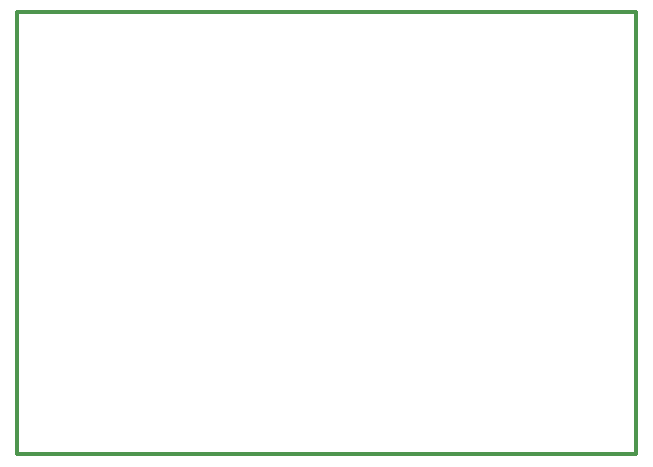
<source format=gko>
%FSLAX44Y44*%
%MOMM*%
G71*
G01*
G75*
G04 Layer_Color=16711935*
%ADD10R,0.8000X0.4000*%
%ADD11O,0.8000X0.4000*%
%ADD12C,0.2000*%
%ADD13C,1.5000*%
%ADD14R,1.5000X1.5000*%
%ADD15R,1.5000X1.5000*%
%ADD16C,4.7600*%
%ADD17R,1.6900X1.6900*%
%ADD18C,1.6900*%
%ADD19C,1.0000*%
%ADD20C,1.3000*%
%ADD21C,1.2700*%
%ADD22C,0.1000*%
%ADD23C,0.2540*%
%ADD24C,0.1500*%
%ADD25C,0.2032*%
%ADD26R,1.0032X0.6032*%
%ADD27O,1.0032X0.6032*%
%ADD28C,1.7032*%
%ADD29R,1.7032X1.7032*%
%ADD30R,1.7032X1.7032*%
%ADD31C,4.9632*%
%ADD32R,1.8932X1.8932*%
%ADD33C,1.8932*%
%ADD34C,1.2032*%
%ADD35C,1.5032*%
%ADD36C,1.4732*%
%ADD37C,0.3000*%
D37*
X521000Y775000D02*
X1045000D01*
Y1149000D01*
X521000D02*
X1045000D01*
X521000Y775000D02*
Y1149000D01*
M02*

</source>
